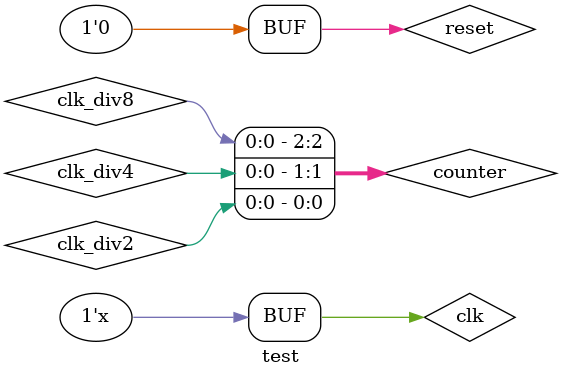
<source format=v>
module clk_div
(
	input wire clk,
	input wire reset,
	output reg clk_div2,
	output reg clk_div4,
	output reg clk_div8
);
always @(posedge clk)
if (reset)
	{clk_div2, clk_div4, clk_div8} <= 3'h0;
else begin
	clk_div2 <= ~clk_div2;
	clk_div4 <= clk_div2 ^ clk_div4;
	clk_div8 <= (clk_div2 & clk_div4) ^ clk_div8;
end
endmodule
module
test;
reg reset;
reg clk;
wire 	   clk_div2;
wire 	   clk_div4;
wire       clk_div8;
wire [2:0] counter;
clk_div
clk_div_ins(
	.clk(clk),
	.reset(reset),
	.clk_div2(clk_div2),
	.clk_div4(clk_div4),
	.clk_div8(clk_div8)
);
assign counter = {clk_div8, clk_div4, clk_div2};
initial begin
	reset = 1;
	clk = 0;
	#10;
	reset = 0;
end
always begin
	#5;
	clk = ~clk;
end
endmodule
</source>
